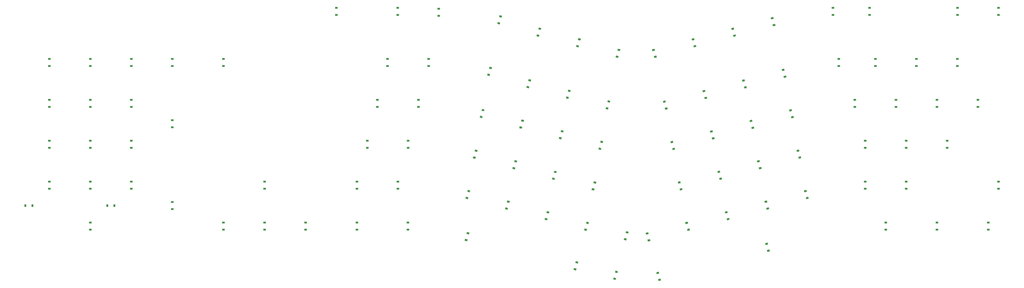
<source format=gbr>
%TF.GenerationSoftware,KiCad,Pcbnew,(5.1.10)-1*%
%TF.CreationDate,2021-06-20T14:11:50-07:00*%
%TF.ProjectId,HSC_Alice,4853435f-416c-4696-9365-2e6b69636164,rev?*%
%TF.SameCoordinates,Original*%
%TF.FileFunction,Paste,Bot*%
%TF.FilePolarity,Positive*%
%FSLAX46Y46*%
G04 Gerber Fmt 4.6, Leading zero omitted, Abs format (unit mm)*
G04 Created by KiCad (PCBNEW (5.1.10)-1) date 2021-06-20 14:11:50*
%MOMM*%
%LPD*%
G01*
G04 APERTURE LIST*
%ADD10C,0.100000*%
%ADD11R,1.200000X0.900000*%
%ADD12R,0.900000X1.200000*%
G04 APERTURE END LIST*
D10*
%TO.C,D37*%
G36*
X-436703335Y-67300675D02*
G01*
X-437862446Y-66990092D01*
X-437629509Y-66120759D01*
X-436470398Y-66431342D01*
X-436703335Y-67300675D01*
G37*
G36*
X-437557437Y-70488231D02*
G01*
X-438716548Y-70177648D01*
X-438483611Y-69308315D01*
X-437324500Y-69618898D01*
X-437557437Y-70488231D01*
G37*
%TD*%
D11*
%TO.C,D19*%
X-513524500Y-62675500D03*
X-513524500Y-65975500D03*
%TD*%
%TO.C,D105*%
X-215245700Y-105563400D03*
X-215245700Y-108863400D03*
%TD*%
%TO.C,D104*%
X-224783400Y-86488000D03*
X-224783400Y-89788000D03*
%TD*%
%TO.C,D103*%
X-205708000Y-62675500D03*
X-205708000Y-65975500D03*
%TD*%
%TO.C,D102*%
X-205708000Y-143638000D03*
X-205708000Y-146938000D03*
%TD*%
%TO.C,D101*%
X-229532650Y-124588000D03*
X-229532650Y-127888000D03*
%TD*%
%TO.C,D99*%
X-234308400Y-105563400D03*
X-234308400Y-108863400D03*
%TD*%
%TO.C,D98*%
X-243833400Y-86513400D03*
X-243833400Y-89813400D03*
%TD*%
%TO.C,D97*%
X-224758000Y-62675500D03*
X-224758000Y-65975500D03*
%TD*%
%TO.C,D96*%
X-210455250Y-162713400D03*
X-210455250Y-166013400D03*
%TD*%
%TO.C,D95*%
X-248576850Y-143688800D03*
X-248576850Y-146988800D03*
%TD*%
%TO.C,D94*%
X-248557800Y-124562600D03*
X-248557800Y-127862600D03*
%TD*%
%TO.C,D93*%
X-253358400Y-105563400D03*
X-253358400Y-108863400D03*
%TD*%
%TO.C,D92*%
X-262883400Y-86513400D03*
X-262883400Y-89813400D03*
%TD*%
%TO.C,D91*%
X-265626600Y-62675500D03*
X-265626600Y-65975500D03*
%TD*%
%TO.C,D90*%
X-234255050Y-162713400D03*
X-234255050Y-166013400D03*
%TD*%
%TO.C,D89*%
X-267633200Y-143612600D03*
X-267633200Y-146912600D03*
%TD*%
%TO.C,D88*%
X-267607800Y-124562600D03*
X-267607800Y-127862600D03*
%TD*%
%TO.C,D87*%
X-272433800Y-105563400D03*
X-272433800Y-108863400D03*
%TD*%
%TO.C,D86*%
X-279933400Y-86513400D03*
X-279933400Y-89813400D03*
%TD*%
%TO.C,D85*%
X-282676600Y-62675500D03*
X-282676600Y-65975500D03*
%TD*%
%TO.C,D84*%
X-258051050Y-162713400D03*
X-258051050Y-166013400D03*
%TD*%
D10*
%TO.C,D83*%
G36*
X-294747382Y-148335848D02*
G01*
X-295906493Y-148646431D01*
X-296139430Y-147777098D01*
X-294980319Y-147466515D01*
X-294747382Y-148335848D01*
G37*
G36*
X-293893280Y-151523404D02*
G01*
X-295052391Y-151833987D01*
X-295285328Y-150964654D01*
X-294126217Y-150654071D01*
X-293893280Y-151523404D01*
G37*
%TD*%
%TO.C,D82*%
G36*
X-298206812Y-129510142D02*
G01*
X-299365923Y-129820725D01*
X-299598860Y-128951392D01*
X-298439749Y-128640809D01*
X-298206812Y-129510142D01*
G37*
G36*
X-297352710Y-132697698D02*
G01*
X-298511821Y-133008281D01*
X-298744758Y-132138948D01*
X-297585647Y-131828365D01*
X-297352710Y-132697698D01*
G37*
%TD*%
%TO.C,D81*%
G36*
X-301661212Y-110714142D02*
G01*
X-302820323Y-111024725D01*
X-303053260Y-110155392D01*
X-301894149Y-109844809D01*
X-301661212Y-110714142D01*
G37*
G36*
X-300807110Y-113901698D02*
G01*
X-301966221Y-114212281D01*
X-302199158Y-113342948D01*
X-301040047Y-113032365D01*
X-300807110Y-113901698D01*
G37*
%TD*%
%TO.C,D80*%
G36*
X-304261510Y-95080298D02*
G01*
X-305420621Y-95390881D01*
X-305653558Y-94521548D01*
X-304494447Y-94210965D01*
X-304261510Y-95080298D01*
G37*
G36*
X-305115612Y-91892742D02*
G01*
X-306274723Y-92203325D01*
X-306507660Y-91333992D01*
X-305348549Y-91023409D01*
X-305115612Y-91892742D01*
G37*
%TD*%
%TO.C,D79*%
G36*
X-310175262Y-67815942D02*
G01*
X-311334373Y-68126525D01*
X-311567310Y-67257192D01*
X-310408199Y-66946609D01*
X-310175262Y-67815942D01*
G37*
G36*
X-309321160Y-71003498D02*
G01*
X-310480271Y-71314081D01*
X-310713208Y-70444748D01*
X-309554097Y-70134165D01*
X-309321160Y-71003498D01*
G37*
%TD*%
%TO.C,D78*%
G36*
X-312808608Y-172881156D02*
G01*
X-313967719Y-173191739D01*
X-314200656Y-172322406D01*
X-313041545Y-172011823D01*
X-312808608Y-172881156D01*
G37*
G36*
X-311954506Y-176068712D02*
G01*
X-313113617Y-176379295D01*
X-313346554Y-175509962D01*
X-312187443Y-175199379D01*
X-311954506Y-176068712D01*
G37*
%TD*%
%TO.C,D77*%
G36*
X-313148268Y-153266350D02*
G01*
X-314307379Y-153576933D01*
X-314540316Y-152707600D01*
X-313381205Y-152397017D01*
X-313148268Y-153266350D01*
G37*
G36*
X-312294166Y-156453906D02*
G01*
X-313453277Y-156764489D01*
X-313686214Y-155895156D01*
X-312527103Y-155584573D01*
X-312294166Y-156453906D01*
G37*
%TD*%
%TO.C,D76*%
G36*
X-316607698Y-134440644D02*
G01*
X-317766809Y-134751227D01*
X-317999746Y-133881894D01*
X-316840635Y-133571311D01*
X-316607698Y-134440644D01*
G37*
G36*
X-315753596Y-137628200D02*
G01*
X-316912707Y-137938783D01*
X-317145644Y-137069450D01*
X-315986533Y-136758867D01*
X-315753596Y-137628200D01*
G37*
%TD*%
%TO.C,D75*%
G36*
X-320062098Y-115644644D02*
G01*
X-321221209Y-115955227D01*
X-321454146Y-115085894D01*
X-320295035Y-114775311D01*
X-320062098Y-115644644D01*
G37*
G36*
X-319207996Y-118832200D02*
G01*
X-320367107Y-119142783D01*
X-320600044Y-118273450D01*
X-319440933Y-117962867D01*
X-319207996Y-118832200D01*
G37*
%TD*%
%TO.C,D74*%
G36*
X-323516498Y-96823244D02*
G01*
X-324675609Y-97133827D01*
X-324908546Y-96264494D01*
X-323749435Y-95953911D01*
X-323516498Y-96823244D01*
G37*
G36*
X-322662396Y-100010800D02*
G01*
X-323821507Y-100321383D01*
X-324054444Y-99452050D01*
X-322895333Y-99141467D01*
X-322662396Y-100010800D01*
G37*
%TD*%
%TO.C,D73*%
G36*
X-328576148Y-72746444D02*
G01*
X-329735259Y-73057027D01*
X-329968196Y-72187694D01*
X-328809085Y-71877111D01*
X-328576148Y-72746444D01*
G37*
G36*
X-327722046Y-75934000D02*
G01*
X-328881157Y-76244583D01*
X-329114094Y-75375250D01*
X-327954983Y-75064667D01*
X-327722046Y-75934000D01*
G37*
%TD*%
%TO.C,D72*%
G36*
X-363411046Y-186440038D02*
G01*
X-364570157Y-186750621D01*
X-364803094Y-185881288D01*
X-363643983Y-185570705D01*
X-363411046Y-186440038D01*
G37*
G36*
X-362556944Y-189627594D02*
G01*
X-363716055Y-189938177D01*
X-363948992Y-189068844D01*
X-362789881Y-188758261D01*
X-362556944Y-189627594D01*
G37*
%TD*%
%TO.C,D71*%
G36*
X-331549154Y-158196852D02*
G01*
X-332708265Y-158507435D01*
X-332941202Y-157638102D01*
X-331782091Y-157327519D01*
X-331549154Y-158196852D01*
G37*
G36*
X-330695052Y-161384408D02*
G01*
X-331854163Y-161694991D01*
X-332087100Y-160825658D01*
X-330927989Y-160515075D01*
X-330695052Y-161384408D01*
G37*
%TD*%
%TO.C,D70*%
G36*
X-335008584Y-139371146D02*
G01*
X-336167695Y-139681729D01*
X-336400632Y-138812396D01*
X-335241521Y-138501813D01*
X-335008584Y-139371146D01*
G37*
G36*
X-334154482Y-142558702D02*
G01*
X-335313593Y-142869285D01*
X-335546530Y-141999952D01*
X-334387419Y-141689369D01*
X-334154482Y-142558702D01*
G37*
%TD*%
%TO.C,D69*%
G36*
X-338462984Y-120575146D02*
G01*
X-339622095Y-120885729D01*
X-339855032Y-120016396D01*
X-338695921Y-119705813D01*
X-338462984Y-120575146D01*
G37*
G36*
X-337608882Y-123762702D02*
G01*
X-338767993Y-124073285D01*
X-339000930Y-123203952D01*
X-337841819Y-122893369D01*
X-337608882Y-123762702D01*
G37*
%TD*%
%TO.C,D68*%
G36*
X-341917384Y-101753746D02*
G01*
X-343076495Y-102064329D01*
X-343309432Y-101194996D01*
X-342150321Y-100884413D01*
X-341917384Y-101753746D01*
G37*
G36*
X-341063282Y-104941302D02*
G01*
X-342222393Y-105251885D01*
X-342455330Y-104382552D01*
X-341296219Y-104071969D01*
X-341063282Y-104941302D01*
G37*
%TD*%
%TO.C,D67*%
G36*
X-346977034Y-77676946D02*
G01*
X-348136145Y-77987529D01*
X-348369082Y-77118196D01*
X-347209971Y-76807613D01*
X-346977034Y-77676946D01*
G37*
G36*
X-346122932Y-80864502D02*
G01*
X-347282043Y-81175085D01*
X-347514980Y-80305752D01*
X-346355869Y-79995169D01*
X-346122932Y-80864502D01*
G37*
%TD*%
%TO.C,D66*%
G36*
X-368350926Y-168057856D02*
G01*
X-369510037Y-168368439D01*
X-369742974Y-167499106D01*
X-368583863Y-167188523D01*
X-368350926Y-168057856D01*
G37*
G36*
X-367496824Y-171245412D02*
G01*
X-368655935Y-171555995D01*
X-368888872Y-170686662D01*
X-367729761Y-170376079D01*
X-367496824Y-171245412D01*
G37*
%TD*%
%TO.C,D65*%
G36*
X-349950040Y-163127354D02*
G01*
X-351109151Y-163437937D01*
X-351342088Y-162568604D01*
X-350182977Y-162258021D01*
X-349950040Y-163127354D01*
G37*
G36*
X-349095938Y-166314910D02*
G01*
X-350255049Y-166625493D01*
X-350487986Y-165756160D01*
X-349328875Y-165445577D01*
X-349095938Y-166314910D01*
G37*
%TD*%
%TO.C,D64*%
G36*
X-352555368Y-147489204D02*
G01*
X-353714479Y-147799787D01*
X-353947416Y-146930454D01*
X-352788305Y-146619871D01*
X-352555368Y-147489204D01*
G37*
G36*
X-353409470Y-144301648D02*
G01*
X-354568581Y-144612231D01*
X-354801518Y-143742898D01*
X-353642407Y-143432315D01*
X-353409470Y-144301648D01*
G37*
%TD*%
%TO.C,D63*%
G36*
X-356863870Y-125505648D02*
G01*
X-358022981Y-125816231D01*
X-358255918Y-124946898D01*
X-357096807Y-124636315D01*
X-356863870Y-125505648D01*
G37*
G36*
X-356009768Y-128693204D02*
G01*
X-357168879Y-129003787D01*
X-357401816Y-128134454D01*
X-356242705Y-127823871D01*
X-356009768Y-128693204D01*
G37*
%TD*%
%TO.C,D62*%
G36*
X-360318270Y-106684248D02*
G01*
X-361477381Y-106994831D01*
X-361710318Y-106125498D01*
X-360551207Y-105814915D01*
X-360318270Y-106684248D01*
G37*
G36*
X-359464168Y-109871804D02*
G01*
X-360623279Y-110182387D01*
X-360856216Y-109313054D01*
X-359697105Y-109002471D01*
X-359464168Y-109871804D01*
G37*
%TD*%
%TO.C,D61*%
G36*
X-365377920Y-82607448D02*
G01*
X-366537031Y-82918031D01*
X-366769968Y-82048698D01*
X-365610857Y-81738115D01*
X-365377920Y-82607448D01*
G37*
G36*
X-364523818Y-85795004D02*
G01*
X-365682929Y-86105587D01*
X-365915866Y-85236254D01*
X-364756755Y-84925671D01*
X-364523818Y-85795004D01*
G37*
%TD*%
%TO.C,D60*%
G36*
X-377903875Y-167868439D02*
G01*
X-379062986Y-167557856D01*
X-378830049Y-166688523D01*
X-377670938Y-166999106D01*
X-377903875Y-167868439D01*
G37*
G36*
X-378757977Y-171055995D02*
G01*
X-379917088Y-170745412D01*
X-379684151Y-169876079D01*
X-378525040Y-170186662D01*
X-378757977Y-171055995D01*
G37*
%TD*%
%TO.C,D59*%
G36*
X-396304761Y-163437937D02*
G01*
X-397463872Y-163127354D01*
X-397230935Y-162258021D01*
X-396071824Y-162568604D01*
X-396304761Y-163437937D01*
G37*
G36*
X-397158863Y-166625493D02*
G01*
X-398317974Y-166314910D01*
X-398085037Y-165445577D01*
X-396925926Y-165756160D01*
X-397158863Y-166625493D01*
G37*
%TD*%
%TO.C,D58*%
G36*
X-393729863Y-147829493D02*
G01*
X-394888974Y-147518910D01*
X-394656037Y-146649577D01*
X-393496926Y-146960160D01*
X-393729863Y-147829493D01*
G37*
G36*
X-392875761Y-144641937D02*
G01*
X-394034872Y-144331354D01*
X-393801935Y-143462021D01*
X-392642824Y-143772604D01*
X-392875761Y-144641937D01*
G37*
%TD*%
%TO.C,D57*%
G36*
X-389687524Y-125718937D02*
G01*
X-390846635Y-125408354D01*
X-390613698Y-124539021D01*
X-389454587Y-124849604D01*
X-389687524Y-125718937D01*
G37*
G36*
X-390541626Y-128906493D02*
G01*
X-391700737Y-128595910D01*
X-391467800Y-127726577D01*
X-390308689Y-128037160D01*
X-390541626Y-128906493D01*
G37*
%TD*%
%TO.C,D56*%
G36*
X-386379527Y-106905934D02*
G01*
X-387538638Y-106595351D01*
X-387305701Y-105726018D01*
X-386146590Y-106036601D01*
X-386379527Y-106905934D01*
G37*
G36*
X-387233629Y-110093490D02*
G01*
X-388392740Y-109782907D01*
X-388159803Y-108913574D01*
X-387000692Y-109224157D01*
X-387233629Y-110093490D01*
G37*
%TD*%
%TO.C,D55*%
G36*
X-381680527Y-82903434D02*
G01*
X-382839638Y-82592851D01*
X-382606701Y-81723518D01*
X-381447590Y-82034101D01*
X-381680527Y-82903434D01*
G37*
G36*
X-382534629Y-86090990D02*
G01*
X-383693740Y-85780407D01*
X-383460803Y-84911074D01*
X-382301692Y-85221657D01*
X-382534629Y-86090990D01*
G37*
%TD*%
%TO.C,D54*%
G36*
X-382834377Y-186269325D02*
G01*
X-383993488Y-185958742D01*
X-383760551Y-185089409D01*
X-382601440Y-185399992D01*
X-382834377Y-186269325D01*
G37*
G36*
X-383688479Y-189456881D02*
G01*
X-384847590Y-189146298D01*
X-384614653Y-188276965D01*
X-383455542Y-188587548D01*
X-383688479Y-189456881D01*
G37*
%TD*%
%TO.C,D53*%
G36*
X-414705647Y-158507435D02*
G01*
X-415864758Y-158196852D01*
X-415631821Y-157327519D01*
X-414472710Y-157638102D01*
X-414705647Y-158507435D01*
G37*
G36*
X-415559749Y-161694991D02*
G01*
X-416718860Y-161384408D01*
X-416485923Y-160515075D01*
X-415326812Y-160825658D01*
X-415559749Y-161694991D01*
G37*
%TD*%
%TO.C,D52*%
G36*
X-411276647Y-139711435D02*
G01*
X-412435758Y-139400852D01*
X-412202821Y-138531519D01*
X-411043710Y-138842102D01*
X-411276647Y-139711435D01*
G37*
G36*
X-412130749Y-142898991D02*
G01*
X-413289860Y-142588408D01*
X-413056923Y-141719075D01*
X-411897812Y-142029658D01*
X-412130749Y-142898991D01*
G37*
%TD*%
%TO.C,D51*%
G36*
X-408088410Y-120788435D02*
G01*
X-409247521Y-120477852D01*
X-409014584Y-119608519D01*
X-407855473Y-119919102D01*
X-408088410Y-120788435D01*
G37*
G36*
X-408942512Y-123975991D02*
G01*
X-410101623Y-123665408D01*
X-409868686Y-122796075D01*
X-408709575Y-123106658D01*
X-408942512Y-123975991D01*
G37*
%TD*%
%TO.C,D50*%
G36*
X-404780413Y-101975432D02*
G01*
X-405939524Y-101664849D01*
X-405706587Y-100795516D01*
X-404547476Y-101106099D01*
X-404780413Y-101975432D01*
G37*
G36*
X-405634515Y-105162988D02*
G01*
X-406793626Y-104852405D01*
X-406560689Y-103983072D01*
X-405401578Y-104293655D01*
X-405634515Y-105162988D01*
G37*
%TD*%
%TO.C,D49*%
G36*
X-400081413Y-77972932D02*
G01*
X-401240524Y-77662349D01*
X-401007587Y-76793016D01*
X-399848476Y-77103599D01*
X-400081413Y-77972932D01*
G37*
G36*
X-400935515Y-81160488D02*
G01*
X-402094626Y-80849905D01*
X-401861689Y-79980572D01*
X-400702578Y-80291155D01*
X-400935515Y-81160488D01*
G37*
%TD*%
%TO.C,D48*%
G36*
X-401265243Y-181840421D02*
G01*
X-402424354Y-181529838D01*
X-402191417Y-180660505D01*
X-401032306Y-180971088D01*
X-401265243Y-181840421D01*
G37*
G36*
X-402119345Y-185027977D02*
G01*
X-403278456Y-184717394D01*
X-403045519Y-183848061D01*
X-401886408Y-184158644D01*
X-402119345Y-185027977D01*
G37*
%TD*%
%TO.C,D47*%
G36*
X-433106533Y-153576933D02*
G01*
X-434265644Y-153266350D01*
X-434032707Y-152397017D01*
X-432873596Y-152707600D01*
X-433106533Y-153576933D01*
G37*
G36*
X-433960635Y-156764489D02*
G01*
X-435119746Y-156453906D01*
X-434886809Y-155584573D01*
X-433727698Y-155895156D01*
X-433960635Y-156764489D01*
G37*
%TD*%
%TO.C,D46*%
G36*
X-429677533Y-134780933D02*
G01*
X-430836644Y-134470350D01*
X-430603707Y-133601017D01*
X-429444596Y-133911600D01*
X-429677533Y-134780933D01*
G37*
G36*
X-430531635Y-137968489D02*
G01*
X-431690746Y-137657906D01*
X-431457809Y-136788573D01*
X-430298698Y-137099156D01*
X-430531635Y-137968489D01*
G37*
%TD*%
%TO.C,D45*%
G36*
X-426489296Y-115857933D02*
G01*
X-427648407Y-115547350D01*
X-427415470Y-114678017D01*
X-426256359Y-114988600D01*
X-426489296Y-115857933D01*
G37*
G36*
X-427343398Y-119045489D02*
G01*
X-428502509Y-118734906D01*
X-428269572Y-117865573D01*
X-427110461Y-118176156D01*
X-427343398Y-119045489D01*
G37*
%TD*%
%TO.C,D44*%
G36*
X-423181299Y-97044930D02*
G01*
X-424340410Y-96734347D01*
X-424107473Y-95865014D01*
X-422948362Y-96175597D01*
X-423181299Y-97044930D01*
G37*
G36*
X-424035401Y-100232486D02*
G01*
X-425194512Y-99921903D01*
X-424961575Y-99052570D01*
X-423802464Y-99363153D01*
X-424035401Y-100232486D01*
G37*
%TD*%
%TO.C,D43*%
G36*
X-419336401Y-76229986D02*
G01*
X-420495512Y-75919403D01*
X-420262575Y-75050070D01*
X-419103464Y-75360653D01*
X-419336401Y-76229986D01*
G37*
G36*
X-418482299Y-73042430D02*
G01*
X-419641410Y-72731847D01*
X-419408473Y-71862514D01*
X-418249362Y-72173097D01*
X-418482299Y-73042430D01*
G37*
%TD*%
%TO.C,D42*%
G36*
X-451895908Y-168261944D02*
G01*
X-453055019Y-167951361D01*
X-452822082Y-167082028D01*
X-451662971Y-167392611D01*
X-451895908Y-168261944D01*
G37*
G36*
X-452750010Y-171449500D02*
G01*
X-453909121Y-171138917D01*
X-453676184Y-170269584D01*
X-452517073Y-170580167D01*
X-452750010Y-171449500D01*
G37*
%TD*%
%TO.C,D41*%
G36*
X-451507419Y-148646431D02*
G01*
X-452666530Y-148335848D01*
X-452433593Y-147466515D01*
X-451274482Y-147777098D01*
X-451507419Y-148646431D01*
G37*
G36*
X-452361521Y-151833987D02*
G01*
X-453520632Y-151523404D01*
X-453287695Y-150654071D01*
X-452128584Y-150964654D01*
X-452361521Y-151833987D01*
G37*
%TD*%
%TO.C,D40*%
G36*
X-448078419Y-129850431D02*
G01*
X-449237530Y-129539848D01*
X-449004593Y-128670515D01*
X-447845482Y-128981098D01*
X-448078419Y-129850431D01*
G37*
G36*
X-448932521Y-133037987D02*
G01*
X-450091632Y-132727404D01*
X-449858695Y-131858071D01*
X-448699584Y-132168654D01*
X-448932521Y-133037987D01*
G37*
%TD*%
%TO.C,D39*%
G36*
X-444890182Y-110927431D02*
G01*
X-446049293Y-110616848D01*
X-445816356Y-109747515D01*
X-444657245Y-110058098D01*
X-444890182Y-110927431D01*
G37*
G36*
X-445744284Y-114114987D02*
G01*
X-446903395Y-113804404D01*
X-446670458Y-112935071D01*
X-445511347Y-113245654D01*
X-445744284Y-114114987D01*
G37*
%TD*%
%TO.C,D38*%
G36*
X-441402335Y-91303175D02*
G01*
X-442561446Y-90992592D01*
X-442328509Y-90123259D01*
X-441169398Y-90433842D01*
X-441402335Y-91303175D01*
G37*
G36*
X-442256437Y-94490731D02*
G01*
X-443415548Y-94180148D01*
X-443182611Y-93310815D01*
X-442023500Y-93621398D01*
X-442256437Y-94490731D01*
G37*
%TD*%
D11*
%TO.C,D36*%
X-480218750Y-162688000D03*
X-480218750Y-165988000D03*
%TD*%
%TO.C,D35*%
X-484886000Y-143638000D03*
X-484886000Y-146938000D03*
%TD*%
%TO.C,D34*%
X-480123500Y-124588000D03*
X-480123500Y-127888000D03*
%TD*%
%TO.C,D33*%
X-475361000Y-105538000D03*
X-475361000Y-108838000D03*
%TD*%
%TO.C,D32*%
X-470598500Y-86488000D03*
X-470598500Y-89788000D03*
%TD*%
%TO.C,D31*%
X-465899500Y-63175500D03*
X-465899500Y-66475500D03*
%TD*%
%TO.C,D30*%
X-503967750Y-162688000D03*
X-503967750Y-165988000D03*
%TD*%
%TO.C,D29*%
X-503936000Y-143638000D03*
X-503936000Y-146938000D03*
%TD*%
%TO.C,D28*%
X-499141750Y-124588000D03*
X-499141750Y-127888000D03*
%TD*%
%TO.C,D27*%
X-494474500Y-108838000D03*
X-494474500Y-105538000D03*
%TD*%
%TO.C,D26*%
X-489712000Y-86488000D03*
X-489712000Y-89788000D03*
%TD*%
%TO.C,D25*%
X-484949500Y-62675500D03*
X-484949500Y-65975500D03*
%TD*%
%TO.C,D24*%
X-527812000Y-162688000D03*
X-527812000Y-165988000D03*
%TD*%
%TO.C,D23*%
X-546862000Y-162688000D03*
X-546862000Y-165988000D03*
%TD*%
%TO.C,D22*%
X-565975500Y-162688000D03*
X-565975500Y-165988000D03*
%TD*%
%TO.C,D21*%
X-546862000Y-143638000D03*
X-546862000Y-146938000D03*
%TD*%
%TO.C,D20*%
X-565975500Y-86488000D03*
X-565975500Y-89788000D03*
%TD*%
%TO.C,D18*%
X-589788000Y-153163000D03*
X-589788000Y-156463000D03*
%TD*%
D12*
%TO.C,D17*%
X-620013000Y-154813000D03*
X-616713000Y-154813000D03*
%TD*%
D11*
%TO.C,D16*%
X-608838000Y-143638000D03*
X-608838000Y-146938000D03*
%TD*%
%TO.C,D15*%
X-608838000Y-124588000D03*
X-608838000Y-127888000D03*
%TD*%
%TO.C,D14*%
X-589788000Y-115063000D03*
X-589788000Y-118363000D03*
%TD*%
%TO.C,D13*%
X-589788000Y-86488000D03*
X-589788000Y-89788000D03*
%TD*%
%TO.C,D12*%
X-627888000Y-162688000D03*
X-627888000Y-165988000D03*
%TD*%
%TO.C,D11*%
X-627888000Y-143638000D03*
X-627888000Y-146938000D03*
%TD*%
%TO.C,D10*%
X-627888000Y-124588000D03*
X-627888000Y-127888000D03*
%TD*%
%TO.C,D9*%
X-627888000Y-105538000D03*
X-627888000Y-108838000D03*
%TD*%
%TO.C,D8*%
X-608838000Y-105538000D03*
X-608838000Y-108838000D03*
%TD*%
%TO.C,D7*%
X-608838000Y-86488000D03*
X-608838000Y-89788000D03*
%TD*%
D12*
%TO.C,D6*%
X-654813000Y-154813000D03*
X-658113000Y-154813000D03*
%TD*%
D11*
%TO.C,D5*%
X-646938000Y-143638000D03*
X-646938000Y-146938000D03*
%TD*%
%TO.C,D4*%
X-646938000Y-124588000D03*
X-646938000Y-127888000D03*
%TD*%
%TO.C,D3*%
X-646938000Y-105538000D03*
X-646938000Y-108838000D03*
%TD*%
%TO.C,D2*%
X-646938000Y-86488000D03*
X-646938000Y-89788000D03*
%TD*%
%TO.C,D1*%
X-627888000Y-86488000D03*
X-627888000Y-89788000D03*
%TD*%
M02*

</source>
